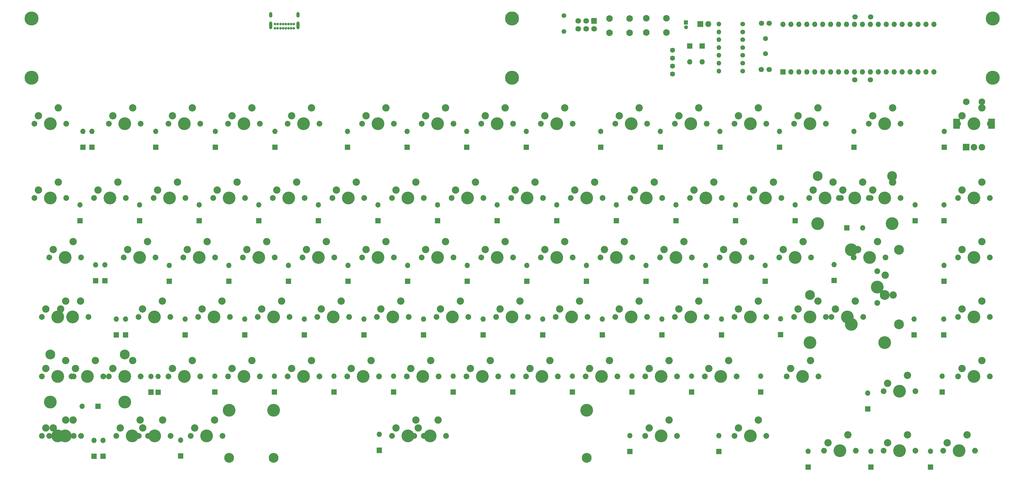
<source format=gbr>
%TF.GenerationSoftware,KiCad,Pcbnew,(5.1.9)-1*%
%TF.CreationDate,2021-10-03T12:51:29-04:00*%
%TF.ProjectId,LCK75,4c434b37-352e-46b6-9963-61645f706362,rev?*%
%TF.SameCoordinates,Original*%
%TF.FileFunction,Soldermask,Bot*%
%TF.FilePolarity,Negative*%
%FSLAX46Y46*%
G04 Gerber Fmt 4.6, Leading zero omitted, Abs format (unit mm)*
G04 Created by KiCad (PCBNEW (5.1.9)-1) date 2021-10-03 12:51:29*
%MOMM*%
%LPD*%
G01*
G04 APERTURE LIST*
%ADD10C,1.700000*%
%ADD11C,4.500000*%
%ADD12C,1.624000*%
%ADD13C,2.350000*%
%ADD14C,4.087800*%
%ADD15C,1.850000*%
%ADD16C,3.148000*%
%ADD17C,2.100000*%
%ADD18C,1.300000*%
%ADD19C,1.500000*%
%ADD20C,1.800000*%
%ADD21O,1.700000X1.700000*%
%ADD22O,1.500000X1.500000*%
%ADD23C,1.900000*%
%ADD24C,1.600000*%
%ADD25C,0.800000*%
%ADD26O,1.000000X2.500000*%
%ADD27O,1.000000X1.800000*%
G04 APERTURE END LIST*
D10*
%TO.C,C5*%
X260368800Y-21765700D03*
X255368800Y-21765700D03*
%TD*%
D11*
%TO.C,REF\u002A\u002A*%
X145813518Y-21155300D03*
%TD*%
%TO.C,REF\u002A\u002A*%
X145813518Y-2155300D03*
%TD*%
%TO.C,REF\u002A\u002A*%
X299448868Y-21155300D03*
%TD*%
%TO.C,REF\u002A\u002A*%
X-7826482Y-21155300D03*
%TD*%
%TO.C,REF\u002A\u002A*%
X-7826482Y-2155300D03*
%TD*%
%TO.C,REF\u002A\u002A*%
X299448868Y-2155300D03*
%TD*%
D12*
%TO.C,SSD1306*%
X197078900Y-12288500D03*
X197078900Y-14828500D03*
X197078900Y-17368500D03*
X197078900Y-19908500D03*
%TD*%
D13*
%TO.C,SW81*%
X115017000Y-130785000D03*
D14*
X112477000Y-135865000D03*
D13*
X108667000Y-133325000D03*
D15*
X107397000Y-135865000D03*
X117557000Y-135865000D03*
D16*
X55327000Y-142850000D03*
X169627000Y-142850000D03*
D14*
X55327000Y-127610000D03*
X169627000Y-127610000D03*
%TD*%
D17*
%TO.C,SW87*%
X176910500Y-6684800D03*
X176910500Y-2184800D03*
X183410500Y-6684800D03*
X183410500Y-2184800D03*
%TD*%
D13*
%TO.C,SW90*%
X122167000Y-130772000D03*
D14*
X119627000Y-135852000D03*
D13*
X115817000Y-133312000D03*
D15*
X114547000Y-135852000D03*
X124707000Y-135852000D03*
D16*
X69627100Y-142837000D03*
X169626900Y-142837000D03*
D14*
X69627100Y-127597000D03*
X169626900Y-127597000D03*
%TD*%
D17*
%TO.C,SW91*%
X188683400Y-6608600D03*
X188683400Y-2108600D03*
X195183400Y-6608600D03*
X195183400Y-2108600D03*
%TD*%
D18*
%TO.C,C3*%
X201377300Y-4929400D03*
G36*
G01*
X200777300Y-2779400D02*
X201977300Y-2779400D01*
G75*
G02*
X202027300Y-2829400I0J-50000D01*
G01*
X202027300Y-4029400D01*
G75*
G02*
X201977300Y-4079400I-50000J0D01*
G01*
X200777300Y-4079400D01*
G75*
G02*
X200727300Y-4029400I0J50000D01*
G01*
X200727300Y-2829400D01*
G75*
G02*
X200777300Y-2779400I50000J0D01*
G01*
G37*
%TD*%
D10*
%TO.C,C2*%
X227969200Y-18498200D03*
X225469200Y-18498200D03*
%TD*%
D19*
%TO.C,F1*%
X162388300Y-6284200D03*
X162388300Y-1184200D03*
%TD*%
D10*
%TO.C,C1*%
X228007300Y-3664600D03*
X225507300Y-3664600D03*
%TD*%
D20*
%TO.C,J1*%
X166934900Y-5461400D03*
X166934900Y-2921400D03*
X169474900Y-5461400D03*
X169474900Y-2921400D03*
X172014900Y-5461400D03*
G36*
G01*
X172914900Y-2071400D02*
X172914900Y-3771400D01*
G75*
G02*
X172864900Y-3821400I-50000J0D01*
G01*
X171164900Y-3821400D01*
G75*
G02*
X171114900Y-3771400I0J50000D01*
G01*
X171114900Y-2071400D01*
G75*
G02*
X171164900Y-2021400I50000J0D01*
G01*
X172864900Y-2021400D01*
G75*
G02*
X172914900Y-2071400I0J-50000D01*
G01*
G37*
%TD*%
%TO.C,D83*%
G36*
G01*
X201768300Y-10110500D02*
X203368300Y-10110500D01*
G75*
G02*
X203418300Y-10160500I0J-50000D01*
G01*
X203418300Y-11760500D01*
G75*
G02*
X203368300Y-11810500I-50000J0D01*
G01*
X201768300Y-11810500D01*
G75*
G02*
X201718300Y-11760500I0J50000D01*
G01*
X201718300Y-10160500D01*
G75*
G02*
X201768300Y-10110500I50000J0D01*
G01*
G37*
D21*
X202568300Y-16040500D03*
%TD*%
%TO.C,D84*%
G36*
G01*
X205768300Y-10110500D02*
X207368300Y-10110500D01*
G75*
G02*
X207418300Y-10160500I0J-50000D01*
G01*
X207418300Y-11760500D01*
G75*
G02*
X207368300Y-11810500I-50000J0D01*
G01*
X205768300Y-11810500D01*
G75*
G02*
X205718300Y-11760500I0J50000D01*
G01*
X205718300Y-10160500D01*
G75*
G02*
X205768300Y-10110500I50000J0D01*
G01*
G37*
X206568300Y-16040500D03*
%TD*%
D10*
%TO.C,C4*%
X255394200Y-1603900D03*
X260394200Y-1603900D03*
%TD*%
D22*
%TO.C,R1*%
X211918300Y-18962500D03*
D19*
X219538300Y-18962500D03*
%TD*%
%TO.C,LED1*%
G36*
G01*
X205050100Y-4850100D02*
X205050100Y-3050100D01*
G75*
G02*
X205100100Y-3000100I50000J0D01*
G01*
X206900100Y-3000100D01*
G75*
G02*
X206950100Y-3050100I0J-50000D01*
G01*
X206950100Y-4850100D01*
G75*
G02*
X206900100Y-4900100I-50000J0D01*
G01*
X205100100Y-4900100D01*
G75*
G02*
X205050100Y-4850100I0J50000D01*
G01*
G37*
D23*
X208540100Y-3950100D03*
%TD*%
D15*
%TO.C,SW6*%
X108032000Y-35852500D03*
X97872000Y-35852500D03*
D13*
X99142000Y-33312500D03*
D14*
X102952000Y-35852500D03*
D13*
X105492000Y-30772500D03*
%TD*%
D15*
%TO.C,SW83*%
X227101000Y-135852000D03*
X216941000Y-135852000D03*
D13*
X218211000Y-133312000D03*
D14*
X222021000Y-135852000D03*
D13*
X224561000Y-130772000D03*
%TD*%
D15*
%TO.C,SW89*%
X36623400Y-135830000D03*
X26463400Y-135830000D03*
D13*
X27733400Y-133290000D03*
D14*
X31543400Y-135830000D03*
D13*
X34083400Y-130750000D03*
%TD*%
D15*
%TO.C,SW80*%
X53289500Y-135830000D03*
X43129500Y-135830000D03*
D13*
X44399500Y-133290000D03*
D14*
X48209500Y-135830000D03*
D13*
X50749500Y-130750000D03*
%TD*%
%TO.C,U1*%
G36*
G01*
X233178000Y-20116300D02*
X231578000Y-20116300D01*
G75*
G02*
X231528000Y-20066300I0J50000D01*
G01*
X231528000Y-18466300D01*
G75*
G02*
X231578000Y-18416300I50000J0D01*
G01*
X233178000Y-18416300D01*
G75*
G02*
X233228000Y-18466300I0J-50000D01*
G01*
X233228000Y-20066300D01*
G75*
G02*
X233178000Y-20116300I-50000J0D01*
G01*
G37*
D21*
X280638000Y-4026300D03*
X234918000Y-19266300D03*
X278098000Y-4026300D03*
X237458000Y-19266300D03*
X275558000Y-4026300D03*
X239998000Y-19266300D03*
X273018000Y-4026300D03*
X242538000Y-19266300D03*
X270478000Y-4026300D03*
X245078000Y-19266300D03*
X267938000Y-4026300D03*
X247618000Y-19266300D03*
X265398000Y-4026300D03*
X250158000Y-19266300D03*
X262858000Y-4026300D03*
X252698000Y-19266300D03*
X260318000Y-4026300D03*
X255238000Y-19266300D03*
X257778000Y-4026300D03*
X257778000Y-19266300D03*
X255238000Y-4026300D03*
X260318000Y-19266300D03*
X252698000Y-4026300D03*
X262858000Y-19266300D03*
X250158000Y-4026300D03*
X265398000Y-19266300D03*
X247618000Y-4026300D03*
X267938000Y-19266300D03*
X245078000Y-4026300D03*
X270478000Y-19266300D03*
X242538000Y-4026300D03*
X273018000Y-19266300D03*
X239998000Y-4026300D03*
X275558000Y-19266300D03*
X237458000Y-4026300D03*
X278098000Y-19266300D03*
X234918000Y-4026300D03*
X280638000Y-19266300D03*
X232378000Y-4026300D03*
%TD*%
D15*
%TO.C,SW79*%
X29478400Y-135830000D03*
X19318400Y-135830000D03*
D13*
X20588400Y-133290000D03*
D14*
X24398400Y-135830000D03*
D13*
X26938400Y-130750000D03*
%TD*%
D15*
%TO.C,SW78*%
X5667300Y-135830000D03*
X-4492700Y-135830000D03*
D13*
X-3222700Y-133290000D03*
D14*
X587300Y-135830000D03*
D13*
X3127300Y-130750000D03*
%TD*%
%TO.C,SW26*%
X191230000Y-54559400D03*
D14*
X188690000Y-59639400D03*
D13*
X184880000Y-57099400D03*
D15*
X183610000Y-59639400D03*
X193770000Y-59639400D03*
%TD*%
D14*
%TO.C,SW63*%
X22002250Y-125044000D03*
X-1810250Y-125044000D03*
D16*
X22002250Y-109804000D03*
X-1810250Y-109804000D03*
D15*
X15176000Y-116789000D03*
X5016000Y-116789000D03*
D13*
X6286000Y-114249000D03*
D14*
X10096000Y-116789000D03*
D13*
X12636000Y-111709000D03*
%TD*%
D14*
%TO.C,SW60*%
X264890250Y-105994000D03*
X241077750Y-105994000D03*
D16*
X264890250Y-90754000D03*
X241077750Y-90754000D03*
D15*
X258064000Y-97739000D03*
X247904000Y-97739000D03*
D13*
X249174000Y-95199000D03*
D14*
X252984000Y-97739000D03*
D13*
X255524000Y-92659000D03*
%TD*%
D15*
%TO.C,SW31*%
X8032500Y-78689400D03*
X-2127500Y-78689400D03*
D13*
X-857500Y-76149400D03*
D14*
X2952500Y-78689400D03*
D13*
X5492500Y-73609400D03*
%TD*%
D15*
%TO.C,SW88*%
X8048500Y-135830000D03*
X-2111500Y-135830000D03*
D13*
X-841500Y-133290000D03*
D14*
X2968500Y-135830000D03*
D13*
X5508500Y-130750000D03*
%TD*%
D15*
%TO.C,SW61*%
X298545000Y-97739000D03*
X288385000Y-97739000D03*
D13*
X289655000Y-95199000D03*
D14*
X293465000Y-97739000D03*
D13*
X296005000Y-92659000D03*
%TD*%
D24*
%TO.C,Y1*%
X226777300Y-13446800D03*
X226777300Y-8566800D03*
%TD*%
D13*
%TO.C,SW86*%
X291236000Y-135535000D03*
D14*
X288696000Y-140615000D03*
D13*
X284886000Y-138075000D03*
D15*
X283616000Y-140615000D03*
X293776000Y-140615000D03*
%TD*%
%TO.C,SW84*%
X255676000Y-140615000D03*
X245516000Y-140615000D03*
D13*
X246786000Y-138075000D03*
D14*
X250596000Y-140615000D03*
D13*
X253136000Y-135535000D03*
%TD*%
D15*
%TO.C,SW85*%
X274726000Y-140615000D03*
X264566000Y-140615000D03*
D13*
X265836000Y-138075000D03*
D14*
X269646000Y-140615000D03*
D13*
X272186000Y-135535000D03*
%TD*%
D15*
%TO.C,SW15*%
X298540000Y-35852500D03*
X288380000Y-35852500D03*
D13*
X289650000Y-33312500D03*
D14*
X293460000Y-35852500D03*
D13*
X296000000Y-30772500D03*
%TD*%
D15*
%TO.C,SW82*%
X198526000Y-135852000D03*
X188366000Y-135852000D03*
D13*
X189636000Y-133312000D03*
D14*
X193446000Y-135852000D03*
D13*
X195986000Y-130772000D03*
%TD*%
D15*
%TO.C,SW8*%
X146132000Y-35852500D03*
X135972000Y-35852500D03*
D13*
X137242000Y-33312500D03*
D14*
X141052000Y-35852500D03*
D13*
X143592000Y-30772500D03*
%TD*%
D22*
%TO.C,R7*%
X211918300Y-3962500D03*
D19*
X219538300Y-3962500D03*
%TD*%
D22*
%TO.C,R6*%
X211918300Y-6462500D03*
D19*
X219538300Y-6462500D03*
%TD*%
D22*
%TO.C,R5*%
X211918300Y-8962500D03*
D19*
X219538300Y-8962500D03*
%TD*%
D22*
%TO.C,R4*%
X211918300Y-11462500D03*
D19*
X219538300Y-11462500D03*
%TD*%
D15*
%TO.C,SW33*%
X50895000Y-78689400D03*
X40735000Y-78689400D03*
D13*
X42005000Y-76149400D03*
D14*
X45815000Y-78689400D03*
D13*
X48355000Y-73609400D03*
%TD*%
D15*
%TO.C,SW12*%
X227094000Y-35852500D03*
X216934000Y-35852500D03*
D13*
X218204000Y-33312500D03*
D14*
X222014000Y-35852500D03*
D13*
X224554000Y-30772500D03*
%TD*%
D22*
%TO.C,R3*%
X211918300Y-13962500D03*
D19*
X219538300Y-13962500D03*
%TD*%
D15*
%TO.C,SW25*%
X174720000Y-59639400D03*
X164560000Y-59639400D03*
D13*
X165830000Y-57099400D03*
D14*
X169640000Y-59639400D03*
D13*
X172180000Y-54559400D03*
%TD*%
D22*
%TO.C,R2*%
X211918300Y-16462500D03*
D19*
X219538300Y-16462500D03*
%TD*%
D15*
%TO.C,SW18*%
X41370000Y-59639400D03*
X31210000Y-59639400D03*
D13*
X32480000Y-57099400D03*
D14*
X36290000Y-59639400D03*
D13*
X38830000Y-54559400D03*
%TD*%
D15*
%TO.C,SW7*%
X127082000Y-35852500D03*
X116922000Y-35852500D03*
D13*
X118192000Y-33312500D03*
D14*
X122002000Y-35852500D03*
D13*
X124542000Y-30772500D03*
%TD*%
D15*
%TO.C,SW5*%
X84219800Y-35852500D03*
X74059800Y-35852500D03*
D13*
X75329800Y-33312500D03*
D14*
X79139800Y-35852500D03*
D13*
X81679800Y-30772500D03*
%TD*%
D15*
%TO.C,SW2*%
X27069800Y-35852500D03*
X16909800Y-35852500D03*
D13*
X18179800Y-33312500D03*
D14*
X21989800Y-35852500D03*
D13*
X24529800Y-30772500D03*
%TD*%
D15*
%TO.C,SW19*%
X60420000Y-59639400D03*
X50260000Y-59639400D03*
D13*
X51530000Y-57099400D03*
D14*
X55340000Y-59639400D03*
D13*
X57880000Y-54559400D03*
%TD*%
D15*
%TO.C,SW11*%
X208044000Y-35852500D03*
X197884000Y-35852500D03*
D13*
X199154000Y-33312500D03*
D14*
X202964000Y-35852500D03*
D13*
X205504000Y-30772500D03*
%TD*%
D15*
%TO.C,SW10*%
X188994000Y-35852500D03*
X178834000Y-35852500D03*
D13*
X180104000Y-33312500D03*
D14*
X183914000Y-35852500D03*
D13*
X186454000Y-30772500D03*
%TD*%
D15*
%TO.C,SW3*%
X46119800Y-35852500D03*
X35959800Y-35852500D03*
D13*
X37229800Y-33312500D03*
D14*
X41039800Y-35852500D03*
D13*
X43579800Y-30772500D03*
%TD*%
D15*
%TO.C,SW34*%
X69945000Y-78689400D03*
X59785000Y-78689400D03*
D13*
X61055000Y-76149400D03*
D14*
X64865000Y-78689400D03*
D13*
X67405000Y-73609400D03*
%TD*%
D15*
%TO.C,SW22*%
X117570000Y-59639400D03*
X107410000Y-59639400D03*
D13*
X108680000Y-57099400D03*
D14*
X112490000Y-59639400D03*
D13*
X115030000Y-54559400D03*
%TD*%
D15*
%TO.C,SW16*%
X3270000Y-59639400D03*
X-6890000Y-59639400D03*
D13*
X-5620000Y-57099400D03*
D14*
X-1810000Y-59639400D03*
D13*
X730000Y-54559400D03*
%TD*%
D15*
%TO.C,SW23*%
X136620000Y-59639400D03*
X126460000Y-59639400D03*
D13*
X127730000Y-57099400D03*
D14*
X131540000Y-59639400D03*
D13*
X134080000Y-54559400D03*
%TD*%
D15*
%TO.C,SW14*%
X269965000Y-35852500D03*
X259805000Y-35852500D03*
D13*
X261075000Y-33312500D03*
D14*
X264885000Y-35852500D03*
D13*
X267425000Y-30772500D03*
%TD*%
D15*
%TO.C,SW30*%
X298545000Y-59639400D03*
X288385000Y-59639400D03*
D13*
X289655000Y-57099400D03*
D14*
X293465000Y-59639400D03*
D13*
X296005000Y-54559400D03*
%TD*%
D15*
%TO.C,SW21*%
X98520000Y-59639400D03*
X88360000Y-59639400D03*
D13*
X89630000Y-57099400D03*
D14*
X93440000Y-59639400D03*
D13*
X95980000Y-54559400D03*
%TD*%
D15*
%TO.C,SW20*%
X79470000Y-59639400D03*
X69310000Y-59639400D03*
D13*
X70580000Y-57099400D03*
D14*
X74390000Y-59639400D03*
D13*
X76930000Y-54559400D03*
%TD*%
D15*
%TO.C,SW17*%
X22320000Y-59639400D03*
X12160000Y-59639400D03*
D13*
X13430000Y-57099400D03*
D14*
X17240000Y-59639400D03*
D13*
X19780000Y-54559400D03*
%TD*%
D15*
%TO.C,SW9*%
X165182000Y-35852500D03*
X155022000Y-35852500D03*
D13*
X156292000Y-33312500D03*
D14*
X160102000Y-35852500D03*
D13*
X162642000Y-30772500D03*
%TD*%
D14*
%TO.C,SW29*%
X267271250Y-67894400D03*
X243458750Y-67894400D03*
D16*
X267271250Y-52654400D03*
X243458750Y-52654400D03*
D15*
X260445000Y-59639400D03*
X250285000Y-59639400D03*
D13*
X251555000Y-57099400D03*
D14*
X255365000Y-59639400D03*
D13*
X257905000Y-54559400D03*
%TD*%
D15*
%TO.C,SW28*%
X231870000Y-59639400D03*
X221710000Y-59639400D03*
D13*
X222980000Y-57099400D03*
D14*
X226790000Y-59639400D03*
D13*
X229330000Y-54559400D03*
%TD*%
D15*
%TO.C,SW27*%
X212820000Y-59639400D03*
X202660000Y-59639400D03*
D13*
X203930000Y-57099400D03*
D14*
X207740000Y-59639400D03*
D13*
X210280000Y-54559400D03*
%TD*%
D15*
%TO.C,SW4*%
X65169800Y-35852500D03*
X55009800Y-35852500D03*
D13*
X56279800Y-33312500D03*
D14*
X60089800Y-35852500D03*
D13*
X62629800Y-30772500D03*
%TD*%
%TO.C,SW1*%
X730000Y-30747100D03*
D14*
X-1810000Y-35827100D03*
D13*
X-5620000Y-33287100D03*
D15*
X-6890000Y-35827100D03*
X3270000Y-35827100D03*
%TD*%
%TO.C,SW24*%
X155670000Y-59639400D03*
X145510000Y-59639400D03*
D13*
X146780000Y-57099400D03*
D14*
X150590000Y-59639400D03*
D13*
X153130000Y-54559400D03*
%TD*%
D15*
%TO.C,SW13*%
X246144000Y-35852500D03*
X235984000Y-35852500D03*
D13*
X237254000Y-33312500D03*
D14*
X241064000Y-35852500D03*
D13*
X243604000Y-30772500D03*
%TD*%
D15*
%TO.C,SW32*%
X31845000Y-78689400D03*
X21685000Y-78689400D03*
D13*
X22955000Y-76149400D03*
D14*
X26765000Y-78689400D03*
D13*
X29305000Y-73609400D03*
%TD*%
%TO.C,SW69*%
X119793000Y-111709000D03*
D14*
X117253000Y-116789000D03*
D13*
X113443000Y-114249000D03*
D15*
X112173000Y-116789000D03*
X122333000Y-116789000D03*
%TD*%
%TO.C,SW76*%
X298546000Y-116789000D03*
X288386000Y-116789000D03*
D13*
X289656000Y-114249000D03*
D14*
X293466000Y-116789000D03*
D13*
X296006000Y-111709000D03*
%TD*%
D15*
%TO.C,SW66*%
X65182600Y-116789000D03*
X55022600Y-116789000D03*
D13*
X56292600Y-114249000D03*
D14*
X60102600Y-116789000D03*
D13*
X62642600Y-111709000D03*
%TD*%
D15*
%TO.C,SW65*%
X46132600Y-116789000D03*
X35972600Y-116789000D03*
D13*
X37242600Y-114249000D03*
D14*
X41052600Y-116789000D03*
D13*
X43592600Y-111709000D03*
%TD*%
D15*
%TO.C,SW77*%
X274733000Y-121552000D03*
X264573000Y-121552000D03*
D13*
X265843000Y-119012000D03*
D14*
X269653000Y-121552000D03*
D13*
X272193000Y-116472000D03*
%TD*%
D15*
%TO.C,SW57*%
X208058000Y-97739000D03*
X197898000Y-97739000D03*
D13*
X199168000Y-95199000D03*
D14*
X202978000Y-97739000D03*
D13*
X205518000Y-92659000D03*
%TD*%
D15*
%TO.C,SW51*%
X93757600Y-97739000D03*
X83597600Y-97739000D03*
D13*
X84867600Y-95199000D03*
D14*
X88677600Y-97739000D03*
D13*
X91217600Y-92659000D03*
%TD*%
D15*
%TO.C,SW38*%
X146145000Y-78689400D03*
X135985000Y-78689400D03*
D13*
X137255000Y-76149400D03*
D14*
X141065000Y-78689400D03*
D13*
X143605000Y-73609400D03*
%TD*%
D15*
%TO.C,SW47*%
X10413700Y-97739000D03*
X253700Y-97739000D03*
D13*
X1523700Y-95199000D03*
D14*
X5333700Y-97739000D03*
D13*
X7873700Y-92659000D03*
%TD*%
D15*
%TO.C,SW71*%
X160433000Y-116789000D03*
X150273000Y-116789000D03*
D13*
X151543000Y-114249000D03*
D14*
X155353000Y-116789000D03*
D13*
X157893000Y-111709000D03*
%TD*%
D15*
%TO.C,SW68*%
X103283000Y-116789000D03*
X93123000Y-116789000D03*
D13*
X94393000Y-114249000D03*
D14*
X98203000Y-116789000D03*
D13*
X100743000Y-111709000D03*
%TD*%
D15*
%TO.C,SW39*%
X165195000Y-78689400D03*
X155035000Y-78689400D03*
D13*
X156305000Y-76149400D03*
D14*
X160115000Y-78689400D03*
D13*
X162655000Y-73609400D03*
%TD*%
D15*
%TO.C,SW46*%
X5651300Y-97739000D03*
X-4508700Y-97739000D03*
D13*
X-3238700Y-95199000D03*
D14*
X571300Y-97739000D03*
D13*
X3111300Y-92659000D03*
%TD*%
D15*
%TO.C,SW37*%
X127095000Y-78689400D03*
X116935000Y-78689400D03*
D13*
X118205000Y-76149400D03*
D14*
X122015000Y-78689400D03*
D13*
X124555000Y-73609400D03*
%TD*%
D15*
%TO.C,SW58*%
X227108000Y-97739000D03*
X216948000Y-97739000D03*
D13*
X218218000Y-95199000D03*
D14*
X222028000Y-97739000D03*
D13*
X224568000Y-92659000D03*
%TD*%
D15*
%TO.C,SW75*%
X243777000Y-116789000D03*
X233617000Y-116789000D03*
D13*
X234887000Y-114249000D03*
D14*
X238697000Y-116789000D03*
D13*
X241237000Y-111709000D03*
%TD*%
D15*
%TO.C,SW55*%
X169958000Y-97739000D03*
X159798000Y-97739000D03*
D13*
X161068000Y-95199000D03*
D14*
X164878000Y-97739000D03*
D13*
X167418000Y-92659000D03*
%TD*%
D15*
%TO.C,SW52*%
X112808000Y-97739000D03*
X102648000Y-97739000D03*
D13*
X103918000Y-95199000D03*
D14*
X107728000Y-97739000D03*
D13*
X110268000Y-92659000D03*
%TD*%
D15*
%TO.C,SW49*%
X55657600Y-97739000D03*
X45497600Y-97739000D03*
D13*
X46767600Y-95199000D03*
D14*
X50577600Y-97739000D03*
D13*
X53117600Y-92659000D03*
%TD*%
D15*
%TO.C,SW72*%
X179483000Y-116789000D03*
X169323000Y-116789000D03*
D13*
X170593000Y-114249000D03*
D14*
X174403000Y-116789000D03*
D13*
X176943000Y-111709000D03*
%TD*%
D15*
%TO.C,SW41*%
X203295000Y-78689400D03*
X193135000Y-78689400D03*
D13*
X194405000Y-76149400D03*
D14*
X198215000Y-78689400D03*
D13*
X200755000Y-73609400D03*
%TD*%
D15*
%TO.C,SW74*%
X217583000Y-116789000D03*
X207423000Y-116789000D03*
D13*
X208693000Y-114249000D03*
D14*
X212503000Y-116789000D03*
D13*
X215043000Y-111709000D03*
%TD*%
D15*
%TO.C,SW54*%
X150908000Y-97739000D03*
X140748000Y-97739000D03*
D13*
X142018000Y-95199000D03*
D14*
X145828000Y-97739000D03*
D13*
X148368000Y-92659000D03*
%TD*%
D15*
%TO.C,SW48*%
X36607600Y-97739000D03*
X26447600Y-97739000D03*
D13*
X27717600Y-95199000D03*
D14*
X31527600Y-97739000D03*
D13*
X34067600Y-92659000D03*
%TD*%
D15*
%TO.C,SW36*%
X108045000Y-78689400D03*
X97885000Y-78689400D03*
D13*
X99155000Y-76149400D03*
D14*
X102965000Y-78689400D03*
D13*
X105505000Y-73609400D03*
%TD*%
D15*
%TO.C,SW73*%
X198533000Y-116789000D03*
X188373000Y-116789000D03*
D13*
X189643000Y-114249000D03*
D14*
X193453000Y-116789000D03*
D13*
X195993000Y-111709000D03*
%TD*%
D15*
%TO.C,SW35*%
X88995000Y-78689400D03*
X78835000Y-78689400D03*
D13*
X80105000Y-76149400D03*
D14*
X83915000Y-78689400D03*
D13*
X86455000Y-73609400D03*
%TD*%
D15*
%TO.C,SW67*%
X84232600Y-116789000D03*
X74072600Y-116789000D03*
D13*
X75342600Y-114249000D03*
D14*
X79152600Y-116789000D03*
D13*
X81692600Y-111709000D03*
%TD*%
%TO.C,SW70*%
X138843000Y-111709000D03*
D14*
X136303000Y-116789000D03*
D13*
X132493000Y-114249000D03*
D15*
X131223000Y-116789000D03*
X141383000Y-116789000D03*
%TD*%
%TO.C,SW50*%
X74707600Y-97739000D03*
X64547600Y-97739000D03*
D13*
X65817600Y-95199000D03*
D14*
X69627600Y-97739000D03*
D13*
X72167600Y-92659000D03*
%TD*%
D15*
%TO.C,SW53*%
X131858000Y-97739000D03*
X121698000Y-97739000D03*
D13*
X122968000Y-95199000D03*
D14*
X126778000Y-97739000D03*
D13*
X129318000Y-92659000D03*
%TD*%
D15*
%TO.C,SW45*%
X298545000Y-78689400D03*
X288385000Y-78689400D03*
D13*
X289655000Y-76149400D03*
D14*
X293465000Y-78689400D03*
D13*
X296005000Y-73609400D03*
%TD*%
D15*
%TO.C,SW43*%
X241395000Y-78689400D03*
X231235000Y-78689400D03*
D13*
X232505000Y-76149400D03*
D14*
X236315000Y-78689400D03*
D13*
X238855000Y-73609400D03*
%TD*%
D15*
%TO.C,SW42*%
X222345000Y-78689400D03*
X212185000Y-78689400D03*
D13*
X213455000Y-76149400D03*
D14*
X217265000Y-78689400D03*
D13*
X219805000Y-73609400D03*
%TD*%
D15*
%TO.C,SW56*%
X189008000Y-97739000D03*
X178848000Y-97739000D03*
D13*
X180118000Y-95199000D03*
D14*
X183928000Y-97739000D03*
D13*
X186468000Y-92659000D03*
%TD*%
D15*
%TO.C,SW40*%
X184245000Y-78689400D03*
X174085000Y-78689400D03*
D13*
X175355000Y-76149400D03*
D14*
X179165000Y-78689400D03*
D13*
X181705000Y-73609400D03*
%TD*%
D17*
%TO.C,SW93*%
X295971200Y-28851500D03*
X290971200Y-28851500D03*
G36*
G01*
X300071200Y-37501500D02*
X298071200Y-37501500D01*
G75*
G02*
X298021200Y-37451500I0J50000D01*
G01*
X298021200Y-34251500D01*
G75*
G02*
X298071200Y-34201500I50000J0D01*
G01*
X300071200Y-34201500D01*
G75*
G02*
X300121200Y-34251500I0J-50000D01*
G01*
X300121200Y-37451500D01*
G75*
G02*
X300071200Y-37501500I-50000J0D01*
G01*
G37*
G36*
G01*
X288871200Y-37501500D02*
X286871200Y-37501500D01*
G75*
G02*
X286821200Y-37451500I0J50000D01*
G01*
X286821200Y-34251500D01*
G75*
G02*
X286871200Y-34201500I50000J0D01*
G01*
X288871200Y-34201500D01*
G75*
G02*
X288921200Y-34251500I0J-50000D01*
G01*
X288921200Y-37451500D01*
G75*
G02*
X288871200Y-37501500I-50000J0D01*
G01*
G37*
X295971200Y-43351500D03*
X293471200Y-43351500D03*
G36*
G01*
X291971200Y-44401500D02*
X289971200Y-44401500D01*
G75*
G02*
X289921200Y-44351500I0J50000D01*
G01*
X289921200Y-42351500D01*
G75*
G02*
X289971200Y-42301500I50000J0D01*
G01*
X291971200Y-42301500D01*
G75*
G02*
X292021200Y-42351500I0J-50000D01*
G01*
X292021200Y-44351500D01*
G75*
G02*
X291971200Y-44401500I-50000J0D01*
G01*
G37*
%TD*%
D15*
%TO.C,SW44*%
X265207000Y-78689400D03*
X255047000Y-78689400D03*
D13*
X256317000Y-76149400D03*
D14*
X260127000Y-78689400D03*
D13*
X262667000Y-73609400D03*
%TD*%
D15*
%TO.C,SW59*%
X246158000Y-97739000D03*
X235998000Y-97739000D03*
D13*
X237268000Y-95199000D03*
D14*
X241078000Y-97739000D03*
D13*
X243618000Y-92659000D03*
%TD*%
D15*
%TO.C,SW62*%
X5651300Y-116789000D03*
X-4508700Y-116789000D03*
D13*
X-3238700Y-114249000D03*
D14*
X571300Y-116789000D03*
D13*
X3111300Y-111709000D03*
%TD*%
D15*
%TO.C,SW64*%
X27082300Y-116789000D03*
X16922300Y-116789000D03*
D13*
X18192300Y-114249000D03*
D14*
X22002300Y-116789000D03*
D13*
X24542300Y-111709000D03*
%TD*%
%TO.C,SW92*%
X267588400Y-90754400D03*
D14*
X262508400Y-88214400D03*
D13*
X265048400Y-84404400D03*
D15*
X262508400Y-83134400D03*
X262508400Y-93294400D03*
D16*
X269493400Y-100152400D03*
X269493400Y-76276400D03*
D14*
X254253400Y-100152400D03*
X254253400Y-76276400D03*
%TD*%
D15*
%TO.C,SW94*%
X269970000Y-59639400D03*
X259810000Y-59639400D03*
D13*
X261080000Y-57099400D03*
D14*
X264890000Y-59639400D03*
D13*
X267430000Y-54559400D03*
%TD*%
D15*
%TO.C,SW96*%
X250920000Y-59639400D03*
X240760000Y-59639400D03*
D13*
X242030000Y-57099400D03*
D14*
X245840000Y-59639400D03*
D13*
X248380000Y-54559400D03*
%TD*%
D25*
%TO.C,USB1*%
X75998900Y-5298500D03*
X75148900Y-5298500D03*
X74298900Y-5298500D03*
X73448900Y-5298500D03*
X72598900Y-5298500D03*
X71748900Y-5298500D03*
X70898900Y-5298500D03*
X70048900Y-5298500D03*
X75148900Y-3948500D03*
X73448900Y-3948500D03*
X74298900Y-3948500D03*
X75998900Y-3948500D03*
X71748900Y-3948500D03*
X70898900Y-3948500D03*
X70048900Y-3948500D03*
X72598900Y-3948500D03*
D26*
X77348900Y-4318500D03*
X68698900Y-4318500D03*
D27*
X77348900Y-938500D03*
X68698900Y-938500D03*
%TD*%
D21*
%TO.C,D1*%
X8653900Y-38338500D03*
G36*
G01*
X9453900Y-44268500D02*
X7853900Y-44268500D01*
G75*
G02*
X7803900Y-44218500I0J50000D01*
G01*
X7803900Y-42618500D01*
G75*
G02*
X7853900Y-42568500I50000J0D01*
G01*
X9453900Y-42568500D01*
G75*
G02*
X9503900Y-42618500I0J-50000D01*
G01*
X9503900Y-44218500D01*
G75*
G02*
X9453900Y-44268500I-50000J0D01*
G01*
G37*
%TD*%
%TO.C,D2*%
X11473700Y-38341000D03*
G36*
G01*
X12273700Y-44271000D02*
X10673700Y-44271000D01*
G75*
G02*
X10623700Y-44221000I0J50000D01*
G01*
X10623700Y-42621000D01*
G75*
G02*
X10673700Y-42571000I50000J0D01*
G01*
X12273700Y-42571000D01*
G75*
G02*
X12323700Y-42621000I0J-50000D01*
G01*
X12323700Y-44221000D01*
G75*
G02*
X12273700Y-44271000I-50000J0D01*
G01*
G37*
%TD*%
%TO.C,D3*%
X31873700Y-38341000D03*
G36*
G01*
X32673700Y-44271000D02*
X31073700Y-44271000D01*
G75*
G02*
X31023700Y-44221000I0J50000D01*
G01*
X31023700Y-42621000D01*
G75*
G02*
X31073700Y-42571000I50000J0D01*
G01*
X32673700Y-42571000D01*
G75*
G02*
X32723700Y-42621000I0J-50000D01*
G01*
X32723700Y-44221000D01*
G75*
G02*
X32673700Y-44271000I-50000J0D01*
G01*
G37*
%TD*%
%TO.C,D4*%
X50923700Y-38341000D03*
G36*
G01*
X51723700Y-44271000D02*
X50123700Y-44271000D01*
G75*
G02*
X50073700Y-44221000I0J50000D01*
G01*
X50073700Y-42621000D01*
G75*
G02*
X50123700Y-42571000I50000J0D01*
G01*
X51723700Y-42571000D01*
G75*
G02*
X51773700Y-42621000I0J-50000D01*
G01*
X51773700Y-44221000D01*
G75*
G02*
X51723700Y-44271000I-50000J0D01*
G01*
G37*
%TD*%
%TO.C,D5*%
X69973700Y-38341000D03*
G36*
G01*
X70773700Y-44271000D02*
X69173700Y-44271000D01*
G75*
G02*
X69123700Y-44221000I0J50000D01*
G01*
X69123700Y-42621000D01*
G75*
G02*
X69173700Y-42571000I50000J0D01*
G01*
X70773700Y-42571000D01*
G75*
G02*
X70823700Y-42621000I0J-50000D01*
G01*
X70823700Y-44221000D01*
G75*
G02*
X70773700Y-44271000I-50000J0D01*
G01*
G37*
%TD*%
%TO.C,D6*%
X93191700Y-38341000D03*
G36*
G01*
X93991700Y-44271000D02*
X92391700Y-44271000D01*
G75*
G02*
X92341700Y-44221000I0J50000D01*
G01*
X92341700Y-42621000D01*
G75*
G02*
X92391700Y-42571000I50000J0D01*
G01*
X93991700Y-42571000D01*
G75*
G02*
X94041700Y-42621000I0J-50000D01*
G01*
X94041700Y-44221000D01*
G75*
G02*
X93991700Y-44271000I-50000J0D01*
G01*
G37*
%TD*%
%TO.C,D7*%
X112241700Y-38341000D03*
G36*
G01*
X113041700Y-44271000D02*
X111441700Y-44271000D01*
G75*
G02*
X111391700Y-44221000I0J50000D01*
G01*
X111391700Y-42621000D01*
G75*
G02*
X111441700Y-42571000I50000J0D01*
G01*
X113041700Y-42571000D01*
G75*
G02*
X113091700Y-42621000I0J-50000D01*
G01*
X113091700Y-44221000D01*
G75*
G02*
X113041700Y-44271000I-50000J0D01*
G01*
G37*
%TD*%
%TO.C,D8*%
X131291700Y-38341000D03*
G36*
G01*
X132091700Y-44271000D02*
X130491700Y-44271000D01*
G75*
G02*
X130441700Y-44221000I0J50000D01*
G01*
X130441700Y-42621000D01*
G75*
G02*
X130491700Y-42571000I50000J0D01*
G01*
X132091700Y-42571000D01*
G75*
G02*
X132141700Y-42621000I0J-50000D01*
G01*
X132141700Y-44221000D01*
G75*
G02*
X132091700Y-44271000I-50000J0D01*
G01*
G37*
%TD*%
%TO.C,D9*%
X150341700Y-38341000D03*
G36*
G01*
X151141700Y-44271000D02*
X149541700Y-44271000D01*
G75*
G02*
X149491700Y-44221000I0J50000D01*
G01*
X149491700Y-42621000D01*
G75*
G02*
X149541700Y-42571000I50000J0D01*
G01*
X151141700Y-42571000D01*
G75*
G02*
X151191700Y-42621000I0J-50000D01*
G01*
X151191700Y-44221000D01*
G75*
G02*
X151141700Y-44271000I-50000J0D01*
G01*
G37*
%TD*%
%TO.C,D10*%
X174153700Y-38341000D03*
G36*
G01*
X174953700Y-44271000D02*
X173353700Y-44271000D01*
G75*
G02*
X173303700Y-44221000I0J50000D01*
G01*
X173303700Y-42621000D01*
G75*
G02*
X173353700Y-42571000I50000J0D01*
G01*
X174953700Y-42571000D01*
G75*
G02*
X175003700Y-42621000I0J-50000D01*
G01*
X175003700Y-44221000D01*
G75*
G02*
X174953700Y-44271000I-50000J0D01*
G01*
G37*
%TD*%
%TO.C,D11*%
X193203700Y-38341000D03*
G36*
G01*
X194003700Y-44271000D02*
X192403700Y-44271000D01*
G75*
G02*
X192353700Y-44221000I0J50000D01*
G01*
X192353700Y-42621000D01*
G75*
G02*
X192403700Y-42571000I50000J0D01*
G01*
X194003700Y-42571000D01*
G75*
G02*
X194053700Y-42621000I0J-50000D01*
G01*
X194053700Y-44221000D01*
G75*
G02*
X194003700Y-44271000I-50000J0D01*
G01*
G37*
%TD*%
%TO.C,D12*%
X212253700Y-38341000D03*
G36*
G01*
X213053700Y-44271000D02*
X211453700Y-44271000D01*
G75*
G02*
X211403700Y-44221000I0J50000D01*
G01*
X211403700Y-42621000D01*
G75*
G02*
X211453700Y-42571000I50000J0D01*
G01*
X213053700Y-42571000D01*
G75*
G02*
X213103700Y-42621000I0J-50000D01*
G01*
X213103700Y-44221000D01*
G75*
G02*
X213053700Y-44271000I-50000J0D01*
G01*
G37*
%TD*%
%TO.C,D13*%
X231303700Y-38341000D03*
G36*
G01*
X232103700Y-44271000D02*
X230503700Y-44271000D01*
G75*
G02*
X230453700Y-44221000I0J50000D01*
G01*
X230453700Y-42621000D01*
G75*
G02*
X230503700Y-42571000I50000J0D01*
G01*
X232103700Y-42571000D01*
G75*
G02*
X232153700Y-42621000I0J-50000D01*
G01*
X232153700Y-44221000D01*
G75*
G02*
X232103700Y-44271000I-50000J0D01*
G01*
G37*
%TD*%
%TO.C,D14*%
X255115700Y-38341000D03*
G36*
G01*
X255915700Y-44271000D02*
X254315700Y-44271000D01*
G75*
G02*
X254265700Y-44221000I0J50000D01*
G01*
X254265700Y-42621000D01*
G75*
G02*
X254315700Y-42571000I50000J0D01*
G01*
X255915700Y-42571000D01*
G75*
G02*
X255965700Y-42621000I0J-50000D01*
G01*
X255965700Y-44221000D01*
G75*
G02*
X255915700Y-44271000I-50000J0D01*
G01*
G37*
%TD*%
%TO.C,D15*%
X283927700Y-38341000D03*
G36*
G01*
X284727700Y-44271000D02*
X283127700Y-44271000D01*
G75*
G02*
X283077700Y-44221000I0J50000D01*
G01*
X283077700Y-42621000D01*
G75*
G02*
X283127700Y-42571000I50000J0D01*
G01*
X284727700Y-42571000D01*
G75*
G02*
X284777700Y-42621000I0J-50000D01*
G01*
X284777700Y-44221000D01*
G75*
G02*
X284727700Y-44271000I-50000J0D01*
G01*
G37*
%TD*%
%TO.C,D16*%
X7697600Y-61836700D03*
G36*
G01*
X8497600Y-67766700D02*
X6897600Y-67766700D01*
G75*
G02*
X6847600Y-67716700I0J50000D01*
G01*
X6847600Y-66116700D01*
G75*
G02*
X6897600Y-66066700I50000J0D01*
G01*
X8497600Y-66066700D01*
G75*
G02*
X8547600Y-66116700I0J-50000D01*
G01*
X8547600Y-67716700D01*
G75*
G02*
X8497600Y-67766700I-50000J0D01*
G01*
G37*
%TD*%
%TO.C,D17*%
X26747600Y-61836700D03*
G36*
G01*
X27547600Y-67766700D02*
X25947600Y-67766700D01*
G75*
G02*
X25897600Y-67716700I0J50000D01*
G01*
X25897600Y-66116700D01*
G75*
G02*
X25947600Y-66066700I50000J0D01*
G01*
X27547600Y-66066700D01*
G75*
G02*
X27597600Y-66116700I0J-50000D01*
G01*
X27597600Y-67716700D01*
G75*
G02*
X27547600Y-67766700I-50000J0D01*
G01*
G37*
%TD*%
%TO.C,D18*%
X45797600Y-61836700D03*
G36*
G01*
X46597600Y-67766700D02*
X44997600Y-67766700D01*
G75*
G02*
X44947600Y-67716700I0J50000D01*
G01*
X44947600Y-66116700D01*
G75*
G02*
X44997600Y-66066700I50000J0D01*
G01*
X46597600Y-66066700D01*
G75*
G02*
X46647600Y-66116700I0J-50000D01*
G01*
X46647600Y-67716700D01*
G75*
G02*
X46597600Y-67766700I-50000J0D01*
G01*
G37*
%TD*%
%TO.C,D19*%
X64847600Y-61836700D03*
G36*
G01*
X65647600Y-67766700D02*
X64047600Y-67766700D01*
G75*
G02*
X63997600Y-67716700I0J50000D01*
G01*
X63997600Y-66116700D01*
G75*
G02*
X64047600Y-66066700I50000J0D01*
G01*
X65647600Y-66066700D01*
G75*
G02*
X65697600Y-66116700I0J-50000D01*
G01*
X65697600Y-67716700D01*
G75*
G02*
X65647600Y-67766700I-50000J0D01*
G01*
G37*
%TD*%
%TO.C,D20*%
X83897600Y-61836700D03*
G36*
G01*
X84697600Y-67766700D02*
X83097600Y-67766700D01*
G75*
G02*
X83047600Y-67716700I0J50000D01*
G01*
X83047600Y-66116700D01*
G75*
G02*
X83097600Y-66066700I50000J0D01*
G01*
X84697600Y-66066700D01*
G75*
G02*
X84747600Y-66116700I0J-50000D01*
G01*
X84747600Y-67716700D01*
G75*
G02*
X84697600Y-67766700I-50000J0D01*
G01*
G37*
%TD*%
%TO.C,D21*%
X102947600Y-61836700D03*
G36*
G01*
X103747600Y-67766700D02*
X102147600Y-67766700D01*
G75*
G02*
X102097600Y-67716700I0J50000D01*
G01*
X102097600Y-66116700D01*
G75*
G02*
X102147600Y-66066700I50000J0D01*
G01*
X103747600Y-66066700D01*
G75*
G02*
X103797600Y-66116700I0J-50000D01*
G01*
X103797600Y-67716700D01*
G75*
G02*
X103747600Y-67766700I-50000J0D01*
G01*
G37*
%TD*%
%TO.C,D22*%
X121997600Y-61836700D03*
G36*
G01*
X122797600Y-67766700D02*
X121197600Y-67766700D01*
G75*
G02*
X121147600Y-67716700I0J50000D01*
G01*
X121147600Y-66116700D01*
G75*
G02*
X121197600Y-66066700I50000J0D01*
G01*
X122797600Y-66066700D01*
G75*
G02*
X122847600Y-66116700I0J-50000D01*
G01*
X122847600Y-67716700D01*
G75*
G02*
X122797600Y-67766700I-50000J0D01*
G01*
G37*
%TD*%
%TO.C,D23*%
X141047600Y-61836700D03*
G36*
G01*
X141847600Y-67766700D02*
X140247600Y-67766700D01*
G75*
G02*
X140197600Y-67716700I0J50000D01*
G01*
X140197600Y-66116700D01*
G75*
G02*
X140247600Y-66066700I50000J0D01*
G01*
X141847600Y-66066700D01*
G75*
G02*
X141897600Y-66116700I0J-50000D01*
G01*
X141897600Y-67716700D01*
G75*
G02*
X141847600Y-67766700I-50000J0D01*
G01*
G37*
%TD*%
%TO.C,D24*%
X160097600Y-61836700D03*
G36*
G01*
X160897600Y-67766700D02*
X159297600Y-67766700D01*
G75*
G02*
X159247600Y-67716700I0J50000D01*
G01*
X159247600Y-66116700D01*
G75*
G02*
X159297600Y-66066700I50000J0D01*
G01*
X160897600Y-66066700D01*
G75*
G02*
X160947600Y-66116700I0J-50000D01*
G01*
X160947600Y-67716700D01*
G75*
G02*
X160897600Y-67766700I-50000J0D01*
G01*
G37*
%TD*%
%TO.C,D25*%
X179147600Y-61836700D03*
G36*
G01*
X179947600Y-67766700D02*
X178347600Y-67766700D01*
G75*
G02*
X178297600Y-67716700I0J50000D01*
G01*
X178297600Y-66116700D01*
G75*
G02*
X178347600Y-66066700I50000J0D01*
G01*
X179947600Y-66066700D01*
G75*
G02*
X179997600Y-66116700I0J-50000D01*
G01*
X179997600Y-67716700D01*
G75*
G02*
X179947600Y-67766700I-50000J0D01*
G01*
G37*
%TD*%
%TO.C,D26*%
X198197600Y-61836700D03*
G36*
G01*
X198997600Y-67766700D02*
X197397600Y-67766700D01*
G75*
G02*
X197347600Y-67716700I0J50000D01*
G01*
X197347600Y-66116700D01*
G75*
G02*
X197397600Y-66066700I50000J0D01*
G01*
X198997600Y-66066700D01*
G75*
G02*
X199047600Y-66116700I0J-50000D01*
G01*
X199047600Y-67716700D01*
G75*
G02*
X198997600Y-67766700I-50000J0D01*
G01*
G37*
%TD*%
%TO.C,D27*%
X217247600Y-61836700D03*
G36*
G01*
X218047600Y-67766700D02*
X216447600Y-67766700D01*
G75*
G02*
X216397600Y-67716700I0J50000D01*
G01*
X216397600Y-66116700D01*
G75*
G02*
X216447600Y-66066700I50000J0D01*
G01*
X218047600Y-66066700D01*
G75*
G02*
X218097600Y-66116700I0J-50000D01*
G01*
X218097600Y-67716700D01*
G75*
G02*
X218047600Y-67766700I-50000J0D01*
G01*
G37*
%TD*%
%TO.C,D28*%
X236297600Y-61836700D03*
G36*
G01*
X237097600Y-67766700D02*
X235497600Y-67766700D01*
G75*
G02*
X235447600Y-67716700I0J50000D01*
G01*
X235447600Y-66116700D01*
G75*
G02*
X235497600Y-66066700I50000J0D01*
G01*
X237097600Y-66066700D01*
G75*
G02*
X237147600Y-66116700I0J-50000D01*
G01*
X237147600Y-67716700D01*
G75*
G02*
X237097600Y-67766700I-50000J0D01*
G01*
G37*
%TD*%
%TO.C,D29*%
X274628900Y-61878500D03*
G36*
G01*
X275428900Y-67808500D02*
X273828900Y-67808500D01*
G75*
G02*
X273778900Y-67758500I0J50000D01*
G01*
X273778900Y-66158500D01*
G75*
G02*
X273828900Y-66108500I50000J0D01*
G01*
X275428900Y-66108500D01*
G75*
G02*
X275478900Y-66158500I0J-50000D01*
G01*
X275478900Y-67758500D01*
G75*
G02*
X275428900Y-67808500I-50000J0D01*
G01*
G37*
%TD*%
%TO.C,D30*%
X283847600Y-61836700D03*
G36*
G01*
X284647600Y-67766700D02*
X283047600Y-67766700D01*
G75*
G02*
X282997600Y-67716700I0J50000D01*
G01*
X282997600Y-66116700D01*
G75*
G02*
X283047600Y-66066700I50000J0D01*
G01*
X284647600Y-66066700D01*
G75*
G02*
X284697600Y-66116700I0J-50000D01*
G01*
X284697600Y-67716700D01*
G75*
G02*
X284647600Y-67766700I-50000J0D01*
G01*
G37*
%TD*%
%TO.C,D31*%
X12703900Y-81072600D03*
G36*
G01*
X13503900Y-87002600D02*
X11903900Y-87002600D01*
G75*
G02*
X11853900Y-86952600I0J50000D01*
G01*
X11853900Y-85352600D01*
G75*
G02*
X11903900Y-85302600I50000J0D01*
G01*
X13503900Y-85302600D01*
G75*
G02*
X13553900Y-85352600I0J-50000D01*
G01*
X13553900Y-86952600D01*
G75*
G02*
X13503900Y-87002600I-50000J0D01*
G01*
G37*
%TD*%
%TO.C,D32*%
X15692600Y-81072600D03*
G36*
G01*
X16492600Y-87002600D02*
X14892600Y-87002600D01*
G75*
G02*
X14842600Y-86952600I0J50000D01*
G01*
X14842600Y-85352600D01*
G75*
G02*
X14892600Y-85302600I50000J0D01*
G01*
X16492600Y-85302600D01*
G75*
G02*
X16542600Y-85352600I0J-50000D01*
G01*
X16542600Y-86952600D01*
G75*
G02*
X16492600Y-87002600I-50000J0D01*
G01*
G37*
%TD*%
%TO.C,D33*%
X36217600Y-81197600D03*
G36*
G01*
X37017600Y-87127600D02*
X35417600Y-87127600D01*
G75*
G02*
X35367600Y-87077600I0J50000D01*
G01*
X35367600Y-85477600D01*
G75*
G02*
X35417600Y-85427600I50000J0D01*
G01*
X37017600Y-85427600D01*
G75*
G02*
X37067600Y-85477600I0J-50000D01*
G01*
X37067600Y-87077600D01*
G75*
G02*
X37017600Y-87127600I-50000J0D01*
G01*
G37*
%TD*%
%TO.C,D34*%
X55267600Y-81197600D03*
G36*
G01*
X56067600Y-87127600D02*
X54467600Y-87127600D01*
G75*
G02*
X54417600Y-87077600I0J50000D01*
G01*
X54417600Y-85477600D01*
G75*
G02*
X54467600Y-85427600I50000J0D01*
G01*
X56067600Y-85427600D01*
G75*
G02*
X56117600Y-85477600I0J-50000D01*
G01*
X56117600Y-87077600D01*
G75*
G02*
X56067600Y-87127600I-50000J0D01*
G01*
G37*
%TD*%
%TO.C,D35*%
X74317600Y-81197600D03*
G36*
G01*
X75117600Y-87127600D02*
X73517600Y-87127600D01*
G75*
G02*
X73467600Y-87077600I0J50000D01*
G01*
X73467600Y-85477600D01*
G75*
G02*
X73517600Y-85427600I50000J0D01*
G01*
X75117600Y-85427600D01*
G75*
G02*
X75167600Y-85477600I0J-50000D01*
G01*
X75167600Y-87077600D01*
G75*
G02*
X75117600Y-87127600I-50000J0D01*
G01*
G37*
%TD*%
%TO.C,D36*%
X93367600Y-81197600D03*
G36*
G01*
X94167600Y-87127600D02*
X92567600Y-87127600D01*
G75*
G02*
X92517600Y-87077600I0J50000D01*
G01*
X92517600Y-85477600D01*
G75*
G02*
X92567600Y-85427600I50000J0D01*
G01*
X94167600Y-85427600D01*
G75*
G02*
X94217600Y-85477600I0J-50000D01*
G01*
X94217600Y-87077600D01*
G75*
G02*
X94167600Y-87127600I-50000J0D01*
G01*
G37*
%TD*%
%TO.C,D37*%
X112417600Y-81194800D03*
G36*
G01*
X113217600Y-87124800D02*
X111617600Y-87124800D01*
G75*
G02*
X111567600Y-87074800I0J50000D01*
G01*
X111567600Y-85474800D01*
G75*
G02*
X111617600Y-85424800I50000J0D01*
G01*
X113217600Y-85424800D01*
G75*
G02*
X113267600Y-85474800I0J-50000D01*
G01*
X113267600Y-87074800D01*
G75*
G02*
X113217600Y-87124800I-50000J0D01*
G01*
G37*
%TD*%
%TO.C,D38*%
X131467600Y-81194800D03*
G36*
G01*
X132267600Y-87124800D02*
X130667600Y-87124800D01*
G75*
G02*
X130617600Y-87074800I0J50000D01*
G01*
X130617600Y-85474800D01*
G75*
G02*
X130667600Y-85424800I50000J0D01*
G01*
X132267600Y-85424800D01*
G75*
G02*
X132317600Y-85474800I0J-50000D01*
G01*
X132317600Y-87074800D01*
G75*
G02*
X132267600Y-87124800I-50000J0D01*
G01*
G37*
%TD*%
%TO.C,D39*%
X150517600Y-81194800D03*
G36*
G01*
X151317600Y-87124800D02*
X149717600Y-87124800D01*
G75*
G02*
X149667600Y-87074800I0J50000D01*
G01*
X149667600Y-85474800D01*
G75*
G02*
X149717600Y-85424800I50000J0D01*
G01*
X151317600Y-85424800D01*
G75*
G02*
X151367600Y-85474800I0J-50000D01*
G01*
X151367600Y-87074800D01*
G75*
G02*
X151317600Y-87124800I-50000J0D01*
G01*
G37*
%TD*%
%TO.C,D40*%
X169567600Y-81194800D03*
G36*
G01*
X170367600Y-87124800D02*
X168767600Y-87124800D01*
G75*
G02*
X168717600Y-87074800I0J50000D01*
G01*
X168717600Y-85474800D01*
G75*
G02*
X168767600Y-85424800I50000J0D01*
G01*
X170367600Y-85424800D01*
G75*
G02*
X170417600Y-85474800I0J-50000D01*
G01*
X170417600Y-87074800D01*
G75*
G02*
X170367600Y-87124800I-50000J0D01*
G01*
G37*
%TD*%
%TO.C,D41*%
X188617600Y-81194800D03*
G36*
G01*
X189417600Y-87124800D02*
X187817600Y-87124800D01*
G75*
G02*
X187767600Y-87074800I0J50000D01*
G01*
X187767600Y-85474800D01*
G75*
G02*
X187817600Y-85424800I50000J0D01*
G01*
X189417600Y-85424800D01*
G75*
G02*
X189467600Y-85474800I0J-50000D01*
G01*
X189467600Y-87074800D01*
G75*
G02*
X189417600Y-87124800I-50000J0D01*
G01*
G37*
%TD*%
%TO.C,D42*%
X207667600Y-81194800D03*
G36*
G01*
X208467600Y-87124800D02*
X206867600Y-87124800D01*
G75*
G02*
X206817600Y-87074800I0J50000D01*
G01*
X206817600Y-85474800D01*
G75*
G02*
X206867600Y-85424800I50000J0D01*
G01*
X208467600Y-85424800D01*
G75*
G02*
X208517600Y-85474800I0J-50000D01*
G01*
X208517600Y-87074800D01*
G75*
G02*
X208467600Y-87124800I-50000J0D01*
G01*
G37*
%TD*%
%TO.C,D43*%
X226717600Y-81194800D03*
G36*
G01*
X227517600Y-87124800D02*
X225917600Y-87124800D01*
G75*
G02*
X225867600Y-87074800I0J50000D01*
G01*
X225867600Y-85474800D01*
G75*
G02*
X225917600Y-85424800I50000J0D01*
G01*
X227517600Y-85424800D01*
G75*
G02*
X227567600Y-85474800I0J-50000D01*
G01*
X227567600Y-87074800D01*
G75*
G02*
X227517600Y-87124800I-50000J0D01*
G01*
G37*
%TD*%
%TO.C,D44*%
X283917600Y-81197600D03*
G36*
G01*
X284717600Y-87127600D02*
X283117600Y-87127600D01*
G75*
G02*
X283067600Y-87077600I0J50000D01*
G01*
X283067600Y-85477600D01*
G75*
G02*
X283117600Y-85427600I50000J0D01*
G01*
X284717600Y-85427600D01*
G75*
G02*
X284767600Y-85477600I0J-50000D01*
G01*
X284767600Y-87077600D01*
G75*
G02*
X284717600Y-87127600I-50000J0D01*
G01*
G37*
%TD*%
%TO.C,D45*%
X19278900Y-98433500D03*
G36*
G01*
X20078900Y-104363500D02*
X18478900Y-104363500D01*
G75*
G02*
X18428900Y-104313500I0J50000D01*
G01*
X18428900Y-102713500D01*
G75*
G02*
X18478900Y-102663500I50000J0D01*
G01*
X20078900Y-102663500D01*
G75*
G02*
X20128900Y-102713500I0J-50000D01*
G01*
X20128900Y-104313500D01*
G75*
G02*
X20078900Y-104363500I-50000J0D01*
G01*
G37*
%TD*%
%TO.C,D46*%
X22278900Y-98433500D03*
G36*
G01*
X23078900Y-104363500D02*
X21478900Y-104363500D01*
G75*
G02*
X21428900Y-104313500I0J50000D01*
G01*
X21428900Y-102713500D01*
G75*
G02*
X21478900Y-102663500I50000J0D01*
G01*
X23078900Y-102663500D01*
G75*
G02*
X23128900Y-102713500I0J-50000D01*
G01*
X23128900Y-104313500D01*
G75*
G02*
X23078900Y-104363500I-50000J0D01*
G01*
G37*
%TD*%
%TO.C,D47*%
X41277800Y-98422100D03*
G36*
G01*
X42077800Y-104352100D02*
X40477800Y-104352100D01*
G75*
G02*
X40427800Y-104302100I0J50000D01*
G01*
X40427800Y-102702100D01*
G75*
G02*
X40477800Y-102652100I50000J0D01*
G01*
X42077800Y-102652100D01*
G75*
G02*
X42127800Y-102702100I0J-50000D01*
G01*
X42127800Y-104302100D01*
G75*
G02*
X42077800Y-104352100I-50000J0D01*
G01*
G37*
%TD*%
%TO.C,D48*%
X60327800Y-98422100D03*
G36*
G01*
X61127800Y-104352100D02*
X59527800Y-104352100D01*
G75*
G02*
X59477800Y-104302100I0J50000D01*
G01*
X59477800Y-102702100D01*
G75*
G02*
X59527800Y-102652100I50000J0D01*
G01*
X61127800Y-102652100D01*
G75*
G02*
X61177800Y-102702100I0J-50000D01*
G01*
X61177800Y-104302100D01*
G75*
G02*
X61127800Y-104352100I-50000J0D01*
G01*
G37*
%TD*%
%TO.C,D49*%
X79377800Y-98422100D03*
G36*
G01*
X80177800Y-104352100D02*
X78577800Y-104352100D01*
G75*
G02*
X78527800Y-104302100I0J50000D01*
G01*
X78527800Y-102702100D01*
G75*
G02*
X78577800Y-102652100I50000J0D01*
G01*
X80177800Y-102652100D01*
G75*
G02*
X80227800Y-102702100I0J-50000D01*
G01*
X80227800Y-104302100D01*
G75*
G02*
X80177800Y-104352100I-50000J0D01*
G01*
G37*
%TD*%
%TO.C,D50*%
X98427800Y-98422100D03*
G36*
G01*
X99227800Y-104352100D02*
X97627800Y-104352100D01*
G75*
G02*
X97577800Y-104302100I0J50000D01*
G01*
X97577800Y-102702100D01*
G75*
G02*
X97627800Y-102652100I50000J0D01*
G01*
X99227800Y-102652100D01*
G75*
G02*
X99277800Y-102702100I0J-50000D01*
G01*
X99277800Y-104302100D01*
G75*
G02*
X99227800Y-104352100I-50000J0D01*
G01*
G37*
%TD*%
%TO.C,D51*%
X117477800Y-98422100D03*
G36*
G01*
X118277800Y-104352100D02*
X116677800Y-104352100D01*
G75*
G02*
X116627800Y-104302100I0J50000D01*
G01*
X116627800Y-102702100D01*
G75*
G02*
X116677800Y-102652100I50000J0D01*
G01*
X118277800Y-102652100D01*
G75*
G02*
X118327800Y-102702100I0J-50000D01*
G01*
X118327800Y-104302100D01*
G75*
G02*
X118277800Y-104352100I-50000J0D01*
G01*
G37*
%TD*%
%TO.C,D52*%
X136527800Y-98422100D03*
G36*
G01*
X137327800Y-104352100D02*
X135727800Y-104352100D01*
G75*
G02*
X135677800Y-104302100I0J50000D01*
G01*
X135677800Y-102702100D01*
G75*
G02*
X135727800Y-102652100I50000J0D01*
G01*
X137327800Y-102652100D01*
G75*
G02*
X137377800Y-102702100I0J-50000D01*
G01*
X137377800Y-104302100D01*
G75*
G02*
X137327800Y-104352100I-50000J0D01*
G01*
G37*
%TD*%
%TO.C,D53*%
X155577800Y-98422100D03*
G36*
G01*
X156377800Y-104352100D02*
X154777800Y-104352100D01*
G75*
G02*
X154727800Y-104302100I0J50000D01*
G01*
X154727800Y-102702100D01*
G75*
G02*
X154777800Y-102652100I50000J0D01*
G01*
X156377800Y-102652100D01*
G75*
G02*
X156427800Y-102702100I0J-50000D01*
G01*
X156427800Y-104302100D01*
G75*
G02*
X156377800Y-104352100I-50000J0D01*
G01*
G37*
%TD*%
%TO.C,D54*%
X174627800Y-98422100D03*
G36*
G01*
X175427800Y-104352100D02*
X173827800Y-104352100D01*
G75*
G02*
X173777800Y-104302100I0J50000D01*
G01*
X173777800Y-102702100D01*
G75*
G02*
X173827800Y-102652100I50000J0D01*
G01*
X175427800Y-102652100D01*
G75*
G02*
X175477800Y-102702100I0J-50000D01*
G01*
X175477800Y-104302100D01*
G75*
G02*
X175427800Y-104352100I-50000J0D01*
G01*
G37*
%TD*%
%TO.C,D55*%
X193677800Y-98422100D03*
G36*
G01*
X194477800Y-104352100D02*
X192877800Y-104352100D01*
G75*
G02*
X192827800Y-104302100I0J50000D01*
G01*
X192827800Y-102702100D01*
G75*
G02*
X192877800Y-102652100I50000J0D01*
G01*
X194477800Y-102652100D01*
G75*
G02*
X194527800Y-102702100I0J-50000D01*
G01*
X194527800Y-104302100D01*
G75*
G02*
X194477800Y-104352100I-50000J0D01*
G01*
G37*
%TD*%
%TO.C,D56*%
X212727800Y-98422100D03*
G36*
G01*
X213527800Y-104352100D02*
X211927800Y-104352100D01*
G75*
G02*
X211877800Y-104302100I0J50000D01*
G01*
X211877800Y-102702100D01*
G75*
G02*
X211927800Y-102652100I50000J0D01*
G01*
X213527800Y-102652100D01*
G75*
G02*
X213577800Y-102702100I0J-50000D01*
G01*
X213577800Y-104302100D01*
G75*
G02*
X213527800Y-104352100I-50000J0D01*
G01*
G37*
%TD*%
%TO.C,D57*%
X231648900Y-98348500D03*
G36*
G01*
X232448900Y-104278500D02*
X230848900Y-104278500D01*
G75*
G02*
X230798900Y-104228500I0J50000D01*
G01*
X230798900Y-102628500D01*
G75*
G02*
X230848900Y-102578500I50000J0D01*
G01*
X232448900Y-102578500D01*
G75*
G02*
X232498900Y-102628500I0J-50000D01*
G01*
X232498900Y-104228500D01*
G75*
G02*
X232448900Y-104278500I-50000J0D01*
G01*
G37*
%TD*%
%TO.C,D58*%
X283827800Y-98422100D03*
G36*
G01*
X284627800Y-104352100D02*
X283027800Y-104352100D01*
G75*
G02*
X282977800Y-104302100I0J50000D01*
G01*
X282977800Y-102702100D01*
G75*
G02*
X283027800Y-102652100I50000J0D01*
G01*
X284627800Y-102652100D01*
G75*
G02*
X284677800Y-102702100I0J-50000D01*
G01*
X284677800Y-104302100D01*
G75*
G02*
X284627800Y-104352100I-50000J0D01*
G01*
G37*
%TD*%
%TO.C,D59*%
X30353900Y-116753500D03*
G36*
G01*
X31153900Y-122683500D02*
X29553900Y-122683500D01*
G75*
G02*
X29503900Y-122633500I0J50000D01*
G01*
X29503900Y-121033500D01*
G75*
G02*
X29553900Y-120983500I50000J0D01*
G01*
X31153900Y-120983500D01*
G75*
G02*
X31203900Y-121033500I0J-50000D01*
G01*
X31203900Y-122633500D01*
G75*
G02*
X31153900Y-122683500I-50000J0D01*
G01*
G37*
%TD*%
%TO.C,D60*%
X8398900Y-126343500D03*
G36*
G01*
X14328900Y-125543500D02*
X14328900Y-127143500D01*
G75*
G02*
X14278900Y-127193500I-50000J0D01*
G01*
X12678900Y-127193500D01*
G75*
G02*
X12628900Y-127143500I0J50000D01*
G01*
X12628900Y-125543500D01*
G75*
G02*
X12678900Y-125493500I50000J0D01*
G01*
X14278900Y-125493500D01*
G75*
G02*
X14328900Y-125543500I0J-50000D01*
G01*
G37*
%TD*%
%TO.C,D61*%
X32688900Y-116798500D03*
G36*
G01*
X33488900Y-122728500D02*
X31888900Y-122728500D01*
G75*
G02*
X31838900Y-122678500I0J50000D01*
G01*
X31838900Y-121078500D01*
G75*
G02*
X31888900Y-121028500I50000J0D01*
G01*
X33488900Y-121028500D01*
G75*
G02*
X33538900Y-121078500I0J-50000D01*
G01*
X33538900Y-122678500D01*
G75*
G02*
X33488900Y-122728500I-50000J0D01*
G01*
G37*
%TD*%
%TO.C,D62*%
X50806100Y-116700700D03*
G36*
G01*
X51606100Y-122630700D02*
X50006100Y-122630700D01*
G75*
G02*
X49956100Y-122580700I0J50000D01*
G01*
X49956100Y-120980700D01*
G75*
G02*
X50006100Y-120930700I50000J0D01*
G01*
X51606100Y-120930700D01*
G75*
G02*
X51656100Y-120980700I0J-50000D01*
G01*
X51656100Y-122580700D01*
G75*
G02*
X51606100Y-122630700I-50000J0D01*
G01*
G37*
%TD*%
%TO.C,D63*%
X69856100Y-116700700D03*
G36*
G01*
X70656100Y-122630700D02*
X69056100Y-122630700D01*
G75*
G02*
X69006100Y-122580700I0J50000D01*
G01*
X69006100Y-120980700D01*
G75*
G02*
X69056100Y-120930700I50000J0D01*
G01*
X70656100Y-120930700D01*
G75*
G02*
X70706100Y-120980700I0J-50000D01*
G01*
X70706100Y-122580700D01*
G75*
G02*
X70656100Y-122630700I-50000J0D01*
G01*
G37*
%TD*%
%TO.C,D64*%
X88906100Y-116700700D03*
G36*
G01*
X89706100Y-122630700D02*
X88106100Y-122630700D01*
G75*
G02*
X88056100Y-122580700I0J50000D01*
G01*
X88056100Y-120980700D01*
G75*
G02*
X88106100Y-120930700I50000J0D01*
G01*
X89706100Y-120930700D01*
G75*
G02*
X89756100Y-120980700I0J-50000D01*
G01*
X89756100Y-122580700D01*
G75*
G02*
X89706100Y-122630700I-50000J0D01*
G01*
G37*
%TD*%
%TO.C,D65*%
X107956100Y-116700700D03*
G36*
G01*
X108756100Y-122630700D02*
X107156100Y-122630700D01*
G75*
G02*
X107106100Y-122580700I0J50000D01*
G01*
X107106100Y-120980700D01*
G75*
G02*
X107156100Y-120930700I50000J0D01*
G01*
X108756100Y-120930700D01*
G75*
G02*
X108806100Y-120980700I0J-50000D01*
G01*
X108806100Y-122580700D01*
G75*
G02*
X108756100Y-122630700I-50000J0D01*
G01*
G37*
%TD*%
%TO.C,D66*%
X127006100Y-116700700D03*
G36*
G01*
X127806100Y-122630700D02*
X126206100Y-122630700D01*
G75*
G02*
X126156100Y-122580700I0J50000D01*
G01*
X126156100Y-120980700D01*
G75*
G02*
X126206100Y-120930700I50000J0D01*
G01*
X127806100Y-120930700D01*
G75*
G02*
X127856100Y-120980700I0J-50000D01*
G01*
X127856100Y-122580700D01*
G75*
G02*
X127806100Y-122630700I-50000J0D01*
G01*
G37*
%TD*%
%TO.C,D67*%
X146056100Y-116700700D03*
G36*
G01*
X146856100Y-122630700D02*
X145256100Y-122630700D01*
G75*
G02*
X145206100Y-122580700I0J50000D01*
G01*
X145206100Y-120980700D01*
G75*
G02*
X145256100Y-120930700I50000J0D01*
G01*
X146856100Y-120930700D01*
G75*
G02*
X146906100Y-120980700I0J-50000D01*
G01*
X146906100Y-122580700D01*
G75*
G02*
X146856100Y-122630700I-50000J0D01*
G01*
G37*
%TD*%
%TO.C,D68*%
X165106100Y-116700700D03*
G36*
G01*
X165906100Y-122630700D02*
X164306100Y-122630700D01*
G75*
G02*
X164256100Y-122580700I0J50000D01*
G01*
X164256100Y-120980700D01*
G75*
G02*
X164306100Y-120930700I50000J0D01*
G01*
X165906100Y-120930700D01*
G75*
G02*
X165956100Y-120980700I0J-50000D01*
G01*
X165956100Y-122580700D01*
G75*
G02*
X165906100Y-122630700I-50000J0D01*
G01*
G37*
%TD*%
%TO.C,D69*%
X184156100Y-116700700D03*
G36*
G01*
X184956100Y-122630700D02*
X183356100Y-122630700D01*
G75*
G02*
X183306100Y-122580700I0J50000D01*
G01*
X183306100Y-120980700D01*
G75*
G02*
X183356100Y-120930700I50000J0D01*
G01*
X184956100Y-120930700D01*
G75*
G02*
X185006100Y-120980700I0J-50000D01*
G01*
X185006100Y-122580700D01*
G75*
G02*
X184956100Y-122630700I-50000J0D01*
G01*
G37*
%TD*%
%TO.C,D70*%
X203206100Y-116700700D03*
G36*
G01*
X204006100Y-122630700D02*
X202406100Y-122630700D01*
G75*
G02*
X202356100Y-122580700I0J50000D01*
G01*
X202356100Y-120980700D01*
G75*
G02*
X202406100Y-120930700I50000J0D01*
G01*
X204006100Y-120930700D01*
G75*
G02*
X204056100Y-120980700I0J-50000D01*
G01*
X204056100Y-122580700D01*
G75*
G02*
X204006100Y-122630700I-50000J0D01*
G01*
G37*
%TD*%
%TO.C,D71*%
X225256100Y-116700700D03*
G36*
G01*
X226056100Y-122630700D02*
X224456100Y-122630700D01*
G75*
G02*
X224406100Y-122580700I0J50000D01*
G01*
X224406100Y-120980700D01*
G75*
G02*
X224456100Y-120930700I50000J0D01*
G01*
X226056100Y-120930700D01*
G75*
G02*
X226106100Y-120980700I0J-50000D01*
G01*
X226106100Y-122580700D01*
G75*
G02*
X226056100Y-122630700I-50000J0D01*
G01*
G37*
%TD*%
%TO.C,D73*%
X259492500Y-122161700D03*
G36*
G01*
X260292500Y-128091700D02*
X258692500Y-128091700D01*
G75*
G02*
X258642500Y-128041700I0J50000D01*
G01*
X258642500Y-126441700D01*
G75*
G02*
X258692500Y-126391700I50000J0D01*
G01*
X260292500Y-126391700D01*
G75*
G02*
X260342500Y-126441700I0J-50000D01*
G01*
X260342500Y-128041700D01*
G75*
G02*
X260292500Y-128091700I-50000J0D01*
G01*
G37*
%TD*%
%TO.C,D74*%
X12178900Y-137304800D03*
G36*
G01*
X12978900Y-143234800D02*
X11378900Y-143234800D01*
G75*
G02*
X11328900Y-143184800I0J50000D01*
G01*
X11328900Y-141584800D01*
G75*
G02*
X11378900Y-141534800I50000J0D01*
G01*
X12978900Y-141534800D01*
G75*
G02*
X13028900Y-141584800I0J-50000D01*
G01*
X13028900Y-143184800D01*
G75*
G02*
X12978900Y-143234800I-50000J0D01*
G01*
G37*
%TD*%
%TO.C,D75*%
X15048900Y-137304800D03*
G36*
G01*
X15848900Y-143234800D02*
X14248900Y-143234800D01*
G75*
G02*
X14198900Y-143184800I0J50000D01*
G01*
X14198900Y-141584800D01*
G75*
G02*
X14248900Y-141534800I50000J0D01*
G01*
X15848900Y-141534800D01*
G75*
G02*
X15898900Y-141584800I0J-50000D01*
G01*
X15898900Y-143184800D01*
G75*
G02*
X15848900Y-143234800I-50000J0D01*
G01*
G37*
%TD*%
%TO.C,D76*%
X39903900Y-137203500D03*
G36*
G01*
X40703900Y-143133500D02*
X39103900Y-143133500D01*
G75*
G02*
X39053900Y-143083500I0J50000D01*
G01*
X39053900Y-141483500D01*
G75*
G02*
X39103900Y-141433500I50000J0D01*
G01*
X40703900Y-141433500D01*
G75*
G02*
X40753900Y-141483500I0J-50000D01*
G01*
X40753900Y-143083500D01*
G75*
G02*
X40703900Y-143133500I-50000J0D01*
G01*
G37*
%TD*%
%TO.C,D77*%
X103396800Y-135375800D03*
G36*
G01*
X104196800Y-141305800D02*
X102596800Y-141305800D01*
G75*
G02*
X102546800Y-141255800I0J50000D01*
G01*
X102546800Y-139655800D01*
G75*
G02*
X102596800Y-139605800I50000J0D01*
G01*
X104196800Y-139605800D01*
G75*
G02*
X104246800Y-139655800I0J-50000D01*
G01*
X104246800Y-141255800D01*
G75*
G02*
X104196800Y-141305800I-50000J0D01*
G01*
G37*
%TD*%
%TO.C,D78*%
X183444900Y-135750700D03*
G36*
G01*
X184244900Y-141680700D02*
X182644900Y-141680700D01*
G75*
G02*
X182594900Y-141630700I0J50000D01*
G01*
X182594900Y-140030700D01*
G75*
G02*
X182644900Y-139980700I50000J0D01*
G01*
X184244900Y-139980700D01*
G75*
G02*
X184294900Y-140030700I0J-50000D01*
G01*
X184294900Y-141630700D01*
G75*
G02*
X184244900Y-141680700I-50000J0D01*
G01*
G37*
%TD*%
%TO.C,D79*%
X211931000Y-135750700D03*
G36*
G01*
X212731000Y-141680700D02*
X211131000Y-141680700D01*
G75*
G02*
X211081000Y-141630700I0J50000D01*
G01*
X211081000Y-140030700D01*
G75*
G02*
X211131000Y-139980700I50000J0D01*
G01*
X212731000Y-139980700D01*
G75*
G02*
X212781000Y-140030700I0J-50000D01*
G01*
X212781000Y-141630700D01*
G75*
G02*
X212731000Y-141680700I-50000J0D01*
G01*
G37*
%TD*%
%TO.C,D80*%
X240439200Y-140779900D03*
G36*
G01*
X241239200Y-146709900D02*
X239639200Y-146709900D01*
G75*
G02*
X239589200Y-146659900I0J50000D01*
G01*
X239589200Y-145059900D01*
G75*
G02*
X239639200Y-145009900I50000J0D01*
G01*
X241239200Y-145009900D01*
G75*
G02*
X241289200Y-145059900I0J-50000D01*
G01*
X241289200Y-146659900D01*
G75*
G02*
X241239200Y-146709900I-50000J0D01*
G01*
G37*
%TD*%
%TO.C,D81*%
X260489200Y-140779900D03*
G36*
G01*
X261289200Y-146709900D02*
X259689200Y-146709900D01*
G75*
G02*
X259639200Y-146659900I0J50000D01*
G01*
X259639200Y-145059900D01*
G75*
G02*
X259689200Y-145009900I50000J0D01*
G01*
X261289200Y-145009900D01*
G75*
G02*
X261339200Y-145059900I0J-50000D01*
G01*
X261339200Y-146659900D01*
G75*
G02*
X261289200Y-146709900I-50000J0D01*
G01*
G37*
%TD*%
%TO.C,D82*%
X279539200Y-140779900D03*
G36*
G01*
X280339200Y-146709900D02*
X278739200Y-146709900D01*
G75*
G02*
X278689200Y-146659900I0J50000D01*
G01*
X278689200Y-145059900D01*
G75*
G02*
X278739200Y-145009900I50000J0D01*
G01*
X280339200Y-145009900D01*
G75*
G02*
X280389200Y-145059900I0J-50000D01*
G01*
X280389200Y-146659900D01*
G75*
G02*
X280339200Y-146709900I-50000J0D01*
G01*
G37*
%TD*%
%TO.C,D85*%
X274323900Y-98403500D03*
G36*
G01*
X275123900Y-104333500D02*
X273523900Y-104333500D01*
G75*
G02*
X273473900Y-104283500I0J50000D01*
G01*
X273473900Y-102683500D01*
G75*
G02*
X273523900Y-102633500I50000J0D01*
G01*
X275123900Y-102633500D01*
G75*
G02*
X275173900Y-102683500I0J-50000D01*
G01*
X275173900Y-104283500D01*
G75*
G02*
X275123900Y-104333500I-50000J0D01*
G01*
G37*
%TD*%
%TO.C,D87*%
X257873900Y-69223500D03*
G36*
G01*
X251943900Y-70023500D02*
X251943900Y-68423500D01*
G75*
G02*
X251993900Y-68373500I50000J0D01*
G01*
X253593900Y-68373500D01*
G75*
G02*
X253643900Y-68423500I0J-50000D01*
G01*
X253643900Y-70023500D01*
G75*
G02*
X253593900Y-70073500I-50000J0D01*
G01*
X251993900Y-70073500D01*
G75*
G02*
X251943900Y-70023500I0J50000D01*
G01*
G37*
%TD*%
%TO.C,D91*%
X248767600Y-81007600D03*
G36*
G01*
X249567600Y-86937600D02*
X247967600Y-86937600D01*
G75*
G02*
X247917600Y-86887600I0J50000D01*
G01*
X247917600Y-85287600D01*
G75*
G02*
X247967600Y-85237600I50000J0D01*
G01*
X249567600Y-85237600D01*
G75*
G02*
X249617600Y-85287600I0J-50000D01*
G01*
X249617600Y-86887600D01*
G75*
G02*
X249567600Y-86937600I-50000J0D01*
G01*
G37*
%TD*%
%TO.C,D72*%
X283306100Y-116700700D03*
G36*
G01*
X284106100Y-122630700D02*
X282506100Y-122630700D01*
G75*
G02*
X282456100Y-122580700I0J50000D01*
G01*
X282456100Y-120980700D01*
G75*
G02*
X282506100Y-120930700I50000J0D01*
G01*
X284106100Y-120930700D01*
G75*
G02*
X284156100Y-120980700I0J-50000D01*
G01*
X284156100Y-122580700D01*
G75*
G02*
X284106100Y-122630700I-50000J0D01*
G01*
G37*
%TD*%
M02*

</source>
